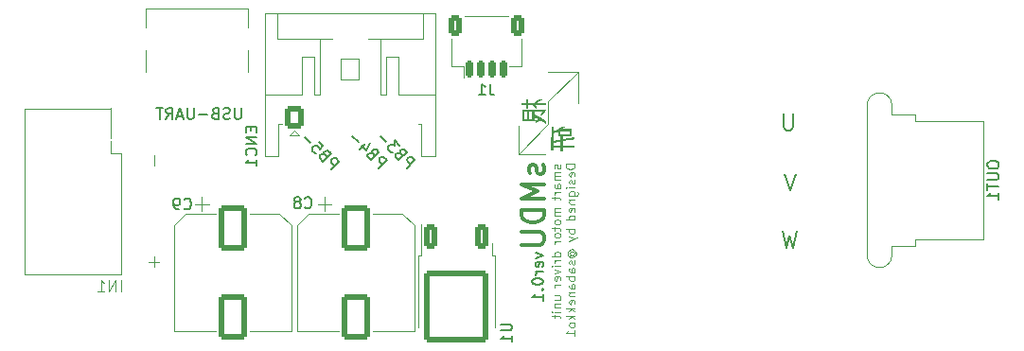
<source format=gbr>
%TF.GenerationSoftware,KiCad,Pcbnew,(7.0.0)*%
%TF.CreationDate,2023-06-11T18:09:50+09:00*%
%TF.ProjectId,rMDU,724d4455-2e6b-4696-9361-645f70636258,rev?*%
%TF.SameCoordinates,Original*%
%TF.FileFunction,Legend,Bot*%
%TF.FilePolarity,Positive*%
%FSLAX46Y46*%
G04 Gerber Fmt 4.6, Leading zero omitted, Abs format (unit mm)*
G04 Created by KiCad (PCBNEW (7.0.0)) date 2023-06-11 18:09:50*
%MOMM*%
%LPD*%
G01*
G04 APERTURE LIST*
G04 Aperture macros list*
%AMRoundRect*
0 Rectangle with rounded corners*
0 $1 Rounding radius*
0 $2 $3 $4 $5 $6 $7 $8 $9 X,Y pos of 4 corners*
0 Add a 4 corners polygon primitive as box body*
4,1,4,$2,$3,$4,$5,$6,$7,$8,$9,$2,$3,0*
0 Add four circle primitives for the rounded corners*
1,1,$1+$1,$2,$3*
1,1,$1+$1,$4,$5*
1,1,$1+$1,$6,$7*
1,1,$1+$1,$8,$9*
0 Add four rect primitives between the rounded corners*
20,1,$1+$1,$2,$3,$4,$5,0*
20,1,$1+$1,$4,$5,$6,$7,0*
20,1,$1+$1,$6,$7,$8,$9,0*
20,1,$1+$1,$8,$9,$2,$3,0*%
G04 Aperture macros list end*
%ADD10C,0.200000*%
%ADD11C,0.150000*%
%ADD12C,0.120000*%
%ADD13C,0.300000*%
%ADD14C,0.100000*%
%ADD15C,5.500000*%
%ADD16RoundRect,0.250000X-0.350000X0.850000X-0.350000X-0.850000X0.350000X-0.850000X0.350000X0.850000X0*%
%ADD17RoundRect,0.249997X-2.650003X2.950003X-2.650003X-2.950003X2.650003X-2.950003X2.650003X2.950003X0*%
%ADD18O,2.800000X2.000000*%
%ADD19RoundRect,0.250000X-0.600000X-0.725000X0.600000X-0.725000X0.600000X0.725000X-0.600000X0.725000X0*%
%ADD20O,1.700000X1.950000*%
%ADD21RoundRect,0.150000X-0.150000X-0.625000X0.150000X-0.625000X0.150000X0.625000X-0.150000X0.625000X0*%
%ADD22RoundRect,0.250000X-0.350000X-0.650000X0.350000X-0.650000X0.350000X0.650000X-0.350000X0.650000X0*%
%ADD23C,1.400000*%
%ADD24R,3.000000X3.000000*%
%ADD25C,3.000000*%
%ADD26C,0.650000*%
%ADD27R,0.300000X1.150000*%
%ADD28O,1.000000X1.600000*%
%ADD29O,1.000000X2.100000*%
%ADD30RoundRect,0.250000X-1.000000X1.750000X-1.000000X-1.750000X1.000000X-1.750000X1.000000X1.750000X0*%
%ADD31C,2.400000*%
%ADD32C,1.200000*%
G04 APERTURE END LIST*
D10*
X68857142Y15326429D02*
X68357142Y13826429D01*
X68357142Y13826429D02*
X67857142Y15326429D01*
D11*
X27285521Y15722239D02*
X27992627Y16429346D01*
X27992627Y16429346D02*
X27723253Y16698720D01*
X27723253Y16698720D02*
X27622238Y16732392D01*
X27622238Y16732392D02*
X27554895Y16732392D01*
X27554895Y16732392D02*
X27453879Y16698720D01*
X27453879Y16698720D02*
X27352864Y16597705D01*
X27352864Y16597705D02*
X27319192Y16496689D01*
X27319192Y16496689D02*
X27319192Y16429346D01*
X27319192Y16429346D02*
X27352864Y16328331D01*
X27352864Y16328331D02*
X27622238Y16058957D01*
X26713101Y17035437D02*
X26578414Y17102781D01*
X26578414Y17102781D02*
X26511070Y17102781D01*
X26511070Y17102781D02*
X26410055Y17069109D01*
X26410055Y17069109D02*
X26309040Y16968094D01*
X26309040Y16968094D02*
X26275368Y16867079D01*
X26275368Y16867079D02*
X26275368Y16799735D01*
X26275368Y16799735D02*
X26309040Y16698720D01*
X26309040Y16698720D02*
X26578414Y16429346D01*
X26578414Y16429346D02*
X27285521Y17136453D01*
X27285521Y17136453D02*
X27049818Y17372155D01*
X27049818Y17372155D02*
X26948803Y17405827D01*
X26948803Y17405827D02*
X26881460Y17405827D01*
X26881460Y17405827D02*
X26780444Y17372155D01*
X26780444Y17372155D02*
X26713101Y17304811D01*
X26713101Y17304811D02*
X26679429Y17203796D01*
X26679429Y17203796D02*
X26679429Y17136453D01*
X26679429Y17136453D02*
X26713101Y17035437D01*
X26713101Y17035437D02*
X26948803Y16799735D01*
X26241696Y18180277D02*
X26578414Y17843560D01*
X26578414Y17843560D02*
X26275368Y17473170D01*
X26275368Y17473170D02*
X26275368Y17540514D01*
X26275368Y17540514D02*
X26241696Y17641529D01*
X26241696Y17641529D02*
X26073338Y17809888D01*
X26073338Y17809888D02*
X25972322Y17843560D01*
X25972322Y17843560D02*
X25904979Y17843560D01*
X25904979Y17843560D02*
X25803964Y17809888D01*
X25803964Y17809888D02*
X25635605Y17641529D01*
X25635605Y17641529D02*
X25601933Y17540514D01*
X25601933Y17540514D02*
X25601933Y17473170D01*
X25601933Y17473170D02*
X25635605Y17372155D01*
X25635605Y17372155D02*
X25803964Y17203796D01*
X25803964Y17203796D02*
X25904979Y17170124D01*
X25904979Y17170124D02*
X25972322Y17170124D01*
X25467246Y18079262D02*
X24928498Y18618010D01*
X31585521Y15822239D02*
X32292627Y16529346D01*
X32292627Y16529346D02*
X32023253Y16798720D01*
X32023253Y16798720D02*
X31922238Y16832392D01*
X31922238Y16832392D02*
X31854895Y16832392D01*
X31854895Y16832392D02*
X31753879Y16798720D01*
X31753879Y16798720D02*
X31652864Y16697705D01*
X31652864Y16697705D02*
X31619192Y16596689D01*
X31619192Y16596689D02*
X31619192Y16529346D01*
X31619192Y16529346D02*
X31652864Y16428331D01*
X31652864Y16428331D02*
X31922238Y16158957D01*
X31013101Y17135437D02*
X30878414Y17202781D01*
X30878414Y17202781D02*
X30811070Y17202781D01*
X30811070Y17202781D02*
X30710055Y17169109D01*
X30710055Y17169109D02*
X30609040Y17068094D01*
X30609040Y17068094D02*
X30575368Y16967079D01*
X30575368Y16967079D02*
X30575368Y16899735D01*
X30575368Y16899735D02*
X30609040Y16798720D01*
X30609040Y16798720D02*
X30878414Y16529346D01*
X30878414Y16529346D02*
X31585521Y17236453D01*
X31585521Y17236453D02*
X31349818Y17472155D01*
X31349818Y17472155D02*
X31248803Y17505827D01*
X31248803Y17505827D02*
X31181460Y17505827D01*
X31181460Y17505827D02*
X31080444Y17472155D01*
X31080444Y17472155D02*
X31013101Y17404811D01*
X31013101Y17404811D02*
X30979429Y17303796D01*
X30979429Y17303796D02*
X30979429Y17236453D01*
X30979429Y17236453D02*
X31013101Y17135437D01*
X31013101Y17135437D02*
X31248803Y16899735D01*
X30339666Y18010903D02*
X29868261Y17539498D01*
X30777399Y18111918D02*
X30440681Y17438483D01*
X30440681Y17438483D02*
X30002948Y17876216D01*
X29767246Y18179262D02*
X29228498Y18718010D01*
D12*
X49125904Y16209524D02*
X48325904Y16209524D01*
X48325904Y16209524D02*
X48325904Y16019048D01*
X48325904Y16019048D02*
X48364000Y15904762D01*
X48364000Y15904762D02*
X48440190Y15828572D01*
X48440190Y15828572D02*
X48516380Y15790477D01*
X48516380Y15790477D02*
X48668761Y15752381D01*
X48668761Y15752381D02*
X48783047Y15752381D01*
X48783047Y15752381D02*
X48935428Y15790477D01*
X48935428Y15790477D02*
X49011619Y15828572D01*
X49011619Y15828572D02*
X49087809Y15904762D01*
X49087809Y15904762D02*
X49125904Y16019048D01*
X49125904Y16019048D02*
X49125904Y16209524D01*
X49087809Y15104762D02*
X49125904Y15180953D01*
X49125904Y15180953D02*
X49125904Y15333334D01*
X49125904Y15333334D02*
X49087809Y15409524D01*
X49087809Y15409524D02*
X49011619Y15447620D01*
X49011619Y15447620D02*
X48706857Y15447620D01*
X48706857Y15447620D02*
X48630666Y15409524D01*
X48630666Y15409524D02*
X48592571Y15333334D01*
X48592571Y15333334D02*
X48592571Y15180953D01*
X48592571Y15180953D02*
X48630666Y15104762D01*
X48630666Y15104762D02*
X48706857Y15066667D01*
X48706857Y15066667D02*
X48783047Y15066667D01*
X48783047Y15066667D02*
X48859238Y15447620D01*
X49087809Y14761906D02*
X49125904Y14685715D01*
X49125904Y14685715D02*
X49125904Y14533334D01*
X49125904Y14533334D02*
X49087809Y14457144D01*
X49087809Y14457144D02*
X49011619Y14419048D01*
X49011619Y14419048D02*
X48973523Y14419048D01*
X48973523Y14419048D02*
X48897333Y14457144D01*
X48897333Y14457144D02*
X48859238Y14533334D01*
X48859238Y14533334D02*
X48859238Y14647620D01*
X48859238Y14647620D02*
X48821142Y14723810D01*
X48821142Y14723810D02*
X48744952Y14761906D01*
X48744952Y14761906D02*
X48706857Y14761906D01*
X48706857Y14761906D02*
X48630666Y14723810D01*
X48630666Y14723810D02*
X48592571Y14647620D01*
X48592571Y14647620D02*
X48592571Y14533334D01*
X48592571Y14533334D02*
X48630666Y14457144D01*
X49125904Y14076191D02*
X48592571Y14076191D01*
X48325904Y14076191D02*
X48364000Y14114287D01*
X48364000Y14114287D02*
X48402095Y14076191D01*
X48402095Y14076191D02*
X48364000Y14038096D01*
X48364000Y14038096D02*
X48325904Y14076191D01*
X48325904Y14076191D02*
X48402095Y14076191D01*
X48592571Y13352382D02*
X49240190Y13352382D01*
X49240190Y13352382D02*
X49316380Y13390477D01*
X49316380Y13390477D02*
X49354476Y13428573D01*
X49354476Y13428573D02*
X49392571Y13504763D01*
X49392571Y13504763D02*
X49392571Y13619049D01*
X49392571Y13619049D02*
X49354476Y13695239D01*
X49087809Y13352382D02*
X49125904Y13428573D01*
X49125904Y13428573D02*
X49125904Y13580954D01*
X49125904Y13580954D02*
X49087809Y13657144D01*
X49087809Y13657144D02*
X49049714Y13695239D01*
X49049714Y13695239D02*
X48973523Y13733335D01*
X48973523Y13733335D02*
X48744952Y13733335D01*
X48744952Y13733335D02*
X48668761Y13695239D01*
X48668761Y13695239D02*
X48630666Y13657144D01*
X48630666Y13657144D02*
X48592571Y13580954D01*
X48592571Y13580954D02*
X48592571Y13428573D01*
X48592571Y13428573D02*
X48630666Y13352382D01*
X48592571Y12971429D02*
X49125904Y12971429D01*
X48668761Y12971429D02*
X48630666Y12933334D01*
X48630666Y12933334D02*
X48592571Y12857144D01*
X48592571Y12857144D02*
X48592571Y12742858D01*
X48592571Y12742858D02*
X48630666Y12666667D01*
X48630666Y12666667D02*
X48706857Y12628572D01*
X48706857Y12628572D02*
X49125904Y12628572D01*
X49087809Y11942857D02*
X49125904Y12019048D01*
X49125904Y12019048D02*
X49125904Y12171429D01*
X49125904Y12171429D02*
X49087809Y12247619D01*
X49087809Y12247619D02*
X49011619Y12285715D01*
X49011619Y12285715D02*
X48706857Y12285715D01*
X48706857Y12285715D02*
X48630666Y12247619D01*
X48630666Y12247619D02*
X48592571Y12171429D01*
X48592571Y12171429D02*
X48592571Y12019048D01*
X48592571Y12019048D02*
X48630666Y11942857D01*
X48630666Y11942857D02*
X48706857Y11904762D01*
X48706857Y11904762D02*
X48783047Y11904762D01*
X48783047Y11904762D02*
X48859238Y12285715D01*
X49125904Y11219048D02*
X48325904Y11219048D01*
X49087809Y11219048D02*
X49125904Y11295239D01*
X49125904Y11295239D02*
X49125904Y11447620D01*
X49125904Y11447620D02*
X49087809Y11523810D01*
X49087809Y11523810D02*
X49049714Y11561905D01*
X49049714Y11561905D02*
X48973523Y11600001D01*
X48973523Y11600001D02*
X48744952Y11600001D01*
X48744952Y11600001D02*
X48668761Y11561905D01*
X48668761Y11561905D02*
X48630666Y11523810D01*
X48630666Y11523810D02*
X48592571Y11447620D01*
X48592571Y11447620D02*
X48592571Y11295239D01*
X48592571Y11295239D02*
X48630666Y11219048D01*
X49125904Y10358095D02*
X48325904Y10358095D01*
X48630666Y10358095D02*
X48592571Y10281905D01*
X48592571Y10281905D02*
X48592571Y10129524D01*
X48592571Y10129524D02*
X48630666Y10053333D01*
X48630666Y10053333D02*
X48668761Y10015238D01*
X48668761Y10015238D02*
X48744952Y9977143D01*
X48744952Y9977143D02*
X48973523Y9977143D01*
X48973523Y9977143D02*
X49049714Y10015238D01*
X49049714Y10015238D02*
X49087809Y10053333D01*
X49087809Y10053333D02*
X49125904Y10129524D01*
X49125904Y10129524D02*
X49125904Y10281905D01*
X49125904Y10281905D02*
X49087809Y10358095D01*
X48592571Y9710476D02*
X49125904Y9520000D01*
X48592571Y9329523D02*
X49125904Y9520000D01*
X49125904Y9520000D02*
X49316380Y9596190D01*
X49316380Y9596190D02*
X49354476Y9634285D01*
X49354476Y9634285D02*
X49392571Y9710476D01*
X48744952Y8049523D02*
X48706857Y8087618D01*
X48706857Y8087618D02*
X48668761Y8163809D01*
X48668761Y8163809D02*
X48668761Y8239999D01*
X48668761Y8239999D02*
X48706857Y8316190D01*
X48706857Y8316190D02*
X48744952Y8354285D01*
X48744952Y8354285D02*
X48821142Y8392380D01*
X48821142Y8392380D02*
X48897333Y8392380D01*
X48897333Y8392380D02*
X48973523Y8354285D01*
X48973523Y8354285D02*
X49011619Y8316190D01*
X49011619Y8316190D02*
X49049714Y8239999D01*
X49049714Y8239999D02*
X49049714Y8163809D01*
X49049714Y8163809D02*
X49011619Y8087618D01*
X49011619Y8087618D02*
X48973523Y8049523D01*
X48668761Y8049523D02*
X48973523Y8049523D01*
X48973523Y8049523D02*
X49011619Y8011428D01*
X49011619Y8011428D02*
X49011619Y7973333D01*
X49011619Y7973333D02*
X48973523Y7897142D01*
X48973523Y7897142D02*
X48897333Y7859047D01*
X48897333Y7859047D02*
X48706857Y7859047D01*
X48706857Y7859047D02*
X48592571Y7935237D01*
X48592571Y7935237D02*
X48516380Y8049523D01*
X48516380Y8049523D02*
X48478285Y8201904D01*
X48478285Y8201904D02*
X48516380Y8354285D01*
X48516380Y8354285D02*
X48592571Y8468571D01*
X48592571Y8468571D02*
X48706857Y8544761D01*
X48706857Y8544761D02*
X48859238Y8582857D01*
X48859238Y8582857D02*
X49011619Y8544761D01*
X49011619Y8544761D02*
X49125904Y8468571D01*
X49125904Y8468571D02*
X49202095Y8354285D01*
X49202095Y8354285D02*
X49240190Y8201904D01*
X49240190Y8201904D02*
X49202095Y8049523D01*
X49202095Y8049523D02*
X49125904Y7935237D01*
X49087809Y7554286D02*
X49125904Y7478095D01*
X49125904Y7478095D02*
X49125904Y7325714D01*
X49125904Y7325714D02*
X49087809Y7249524D01*
X49087809Y7249524D02*
X49011619Y7211428D01*
X49011619Y7211428D02*
X48973523Y7211428D01*
X48973523Y7211428D02*
X48897333Y7249524D01*
X48897333Y7249524D02*
X48859238Y7325714D01*
X48859238Y7325714D02*
X48859238Y7440000D01*
X48859238Y7440000D02*
X48821142Y7516190D01*
X48821142Y7516190D02*
X48744952Y7554286D01*
X48744952Y7554286D02*
X48706857Y7554286D01*
X48706857Y7554286D02*
X48630666Y7516190D01*
X48630666Y7516190D02*
X48592571Y7440000D01*
X48592571Y7440000D02*
X48592571Y7325714D01*
X48592571Y7325714D02*
X48630666Y7249524D01*
X49125904Y6525714D02*
X48706857Y6525714D01*
X48706857Y6525714D02*
X48630666Y6563809D01*
X48630666Y6563809D02*
X48592571Y6640000D01*
X48592571Y6640000D02*
X48592571Y6792381D01*
X48592571Y6792381D02*
X48630666Y6868571D01*
X49087809Y6525714D02*
X49125904Y6601905D01*
X49125904Y6601905D02*
X49125904Y6792381D01*
X49125904Y6792381D02*
X49087809Y6868571D01*
X49087809Y6868571D02*
X49011619Y6906667D01*
X49011619Y6906667D02*
X48935428Y6906667D01*
X48935428Y6906667D02*
X48859238Y6868571D01*
X48859238Y6868571D02*
X48821142Y6792381D01*
X48821142Y6792381D02*
X48821142Y6601905D01*
X48821142Y6601905D02*
X48783047Y6525714D01*
X49125904Y6144761D02*
X48325904Y6144761D01*
X48630666Y6144761D02*
X48592571Y6068571D01*
X48592571Y6068571D02*
X48592571Y5916190D01*
X48592571Y5916190D02*
X48630666Y5839999D01*
X48630666Y5839999D02*
X48668761Y5801904D01*
X48668761Y5801904D02*
X48744952Y5763809D01*
X48744952Y5763809D02*
X48973523Y5763809D01*
X48973523Y5763809D02*
X49049714Y5801904D01*
X49049714Y5801904D02*
X49087809Y5839999D01*
X49087809Y5839999D02*
X49125904Y5916190D01*
X49125904Y5916190D02*
X49125904Y6068571D01*
X49125904Y6068571D02*
X49087809Y6144761D01*
X49125904Y5078094D02*
X48706857Y5078094D01*
X48706857Y5078094D02*
X48630666Y5116189D01*
X48630666Y5116189D02*
X48592571Y5192380D01*
X48592571Y5192380D02*
X48592571Y5344761D01*
X48592571Y5344761D02*
X48630666Y5420951D01*
X49087809Y5078094D02*
X49125904Y5154285D01*
X49125904Y5154285D02*
X49125904Y5344761D01*
X49125904Y5344761D02*
X49087809Y5420951D01*
X49087809Y5420951D02*
X49011619Y5459047D01*
X49011619Y5459047D02*
X48935428Y5459047D01*
X48935428Y5459047D02*
X48859238Y5420951D01*
X48859238Y5420951D02*
X48821142Y5344761D01*
X48821142Y5344761D02*
X48821142Y5154285D01*
X48821142Y5154285D02*
X48783047Y5078094D01*
X48592571Y4697141D02*
X49125904Y4697141D01*
X48668761Y4697141D02*
X48630666Y4659046D01*
X48630666Y4659046D02*
X48592571Y4582856D01*
X48592571Y4582856D02*
X48592571Y4468570D01*
X48592571Y4468570D02*
X48630666Y4392379D01*
X48630666Y4392379D02*
X48706857Y4354284D01*
X48706857Y4354284D02*
X49125904Y4354284D01*
X49087809Y3668569D02*
X49125904Y3744760D01*
X49125904Y3744760D02*
X49125904Y3897141D01*
X49125904Y3897141D02*
X49087809Y3973331D01*
X49087809Y3973331D02*
X49011619Y4011427D01*
X49011619Y4011427D02*
X48706857Y4011427D01*
X48706857Y4011427D02*
X48630666Y3973331D01*
X48630666Y3973331D02*
X48592571Y3897141D01*
X48592571Y3897141D02*
X48592571Y3744760D01*
X48592571Y3744760D02*
X48630666Y3668569D01*
X48630666Y3668569D02*
X48706857Y3630474D01*
X48706857Y3630474D02*
X48783047Y3630474D01*
X48783047Y3630474D02*
X48859238Y4011427D01*
X49125904Y3287617D02*
X48325904Y3287617D01*
X48821142Y3211427D02*
X49125904Y2982855D01*
X48592571Y2982855D02*
X48897333Y3287617D01*
X49125904Y2639998D02*
X48325904Y2639998D01*
X48821142Y2563808D02*
X49125904Y2335236D01*
X48592571Y2335236D02*
X48897333Y2639998D01*
X49125904Y1878094D02*
X49087809Y1954284D01*
X49087809Y1954284D02*
X49049714Y1992379D01*
X49049714Y1992379D02*
X48973523Y2030475D01*
X48973523Y2030475D02*
X48744952Y2030475D01*
X48744952Y2030475D02*
X48668761Y1992379D01*
X48668761Y1992379D02*
X48630666Y1954284D01*
X48630666Y1954284D02*
X48592571Y1878094D01*
X48592571Y1878094D02*
X48592571Y1763808D01*
X48592571Y1763808D02*
X48630666Y1687617D01*
X48630666Y1687617D02*
X48668761Y1649522D01*
X48668761Y1649522D02*
X48744952Y1611427D01*
X48744952Y1611427D02*
X48973523Y1611427D01*
X48973523Y1611427D02*
X49049714Y1649522D01*
X49049714Y1649522D02*
X49087809Y1687617D01*
X49087809Y1687617D02*
X49125904Y1763808D01*
X49125904Y1763808D02*
X49125904Y1878094D01*
X49125904Y849522D02*
X49125904Y1306665D01*
X49125904Y1078093D02*
X48325904Y1078093D01*
X48325904Y1078093D02*
X48440190Y1154284D01*
X48440190Y1154284D02*
X48516380Y1230474D01*
X48516380Y1230474D02*
X48554476Y1306665D01*
D13*
X46269523Y16119048D02*
X46364761Y15928572D01*
X46364761Y15928572D02*
X46364761Y15547620D01*
X46364761Y15547620D02*
X46269523Y15357143D01*
X46269523Y15357143D02*
X46079047Y15261905D01*
X46079047Y15261905D02*
X45983809Y15261905D01*
X45983809Y15261905D02*
X45793333Y15357143D01*
X45793333Y15357143D02*
X45698095Y15547620D01*
X45698095Y15547620D02*
X45698095Y15833334D01*
X45698095Y15833334D02*
X45602857Y16023810D01*
X45602857Y16023810D02*
X45412380Y16119048D01*
X45412380Y16119048D02*
X45317142Y16119048D01*
X45317142Y16119048D02*
X45126666Y16023810D01*
X45126666Y16023810D02*
X45031428Y15833334D01*
X45031428Y15833334D02*
X45031428Y15547620D01*
X45031428Y15547620D02*
X45126666Y15357143D01*
X46364761Y14404762D02*
X44364761Y14404762D01*
X44364761Y14404762D02*
X45793333Y13738095D01*
X45793333Y13738095D02*
X44364761Y13071429D01*
X44364761Y13071429D02*
X46364761Y13071429D01*
X46364761Y12119048D02*
X44364761Y12119048D01*
X44364761Y12119048D02*
X44364761Y11642858D01*
X44364761Y11642858D02*
X44460000Y11357143D01*
X44460000Y11357143D02*
X44650476Y11166667D01*
X44650476Y11166667D02*
X44840952Y11071429D01*
X44840952Y11071429D02*
X45221904Y10976191D01*
X45221904Y10976191D02*
X45507619Y10976191D01*
X45507619Y10976191D02*
X45888571Y11071429D01*
X45888571Y11071429D02*
X46079047Y11166667D01*
X46079047Y11166667D02*
X46269523Y11357143D01*
X46269523Y11357143D02*
X46364761Y11642858D01*
X46364761Y11642858D02*
X46364761Y12119048D01*
X44364761Y10119048D02*
X45983809Y10119048D01*
X45983809Y10119048D02*
X46174285Y10023810D01*
X46174285Y10023810D02*
X46269523Y9928572D01*
X46269523Y9928572D02*
X46364761Y9738096D01*
X46364761Y9738096D02*
X46364761Y9357143D01*
X46364761Y9357143D02*
X46269523Y9166667D01*
X46269523Y9166667D02*
X46174285Y9071429D01*
X46174285Y9071429D02*
X45983809Y8976191D01*
X45983809Y8976191D02*
X44364761Y8976191D01*
D11*
X34085521Y15822239D02*
X34792627Y16529346D01*
X34792627Y16529346D02*
X34523253Y16798720D01*
X34523253Y16798720D02*
X34422238Y16832392D01*
X34422238Y16832392D02*
X34354895Y16832392D01*
X34354895Y16832392D02*
X34253879Y16798720D01*
X34253879Y16798720D02*
X34152864Y16697705D01*
X34152864Y16697705D02*
X34119192Y16596689D01*
X34119192Y16596689D02*
X34119192Y16529346D01*
X34119192Y16529346D02*
X34152864Y16428331D01*
X34152864Y16428331D02*
X34422238Y16158957D01*
X33513101Y17135437D02*
X33378414Y17202781D01*
X33378414Y17202781D02*
X33311070Y17202781D01*
X33311070Y17202781D02*
X33210055Y17169109D01*
X33210055Y17169109D02*
X33109040Y17068094D01*
X33109040Y17068094D02*
X33075368Y16967079D01*
X33075368Y16967079D02*
X33075368Y16899735D01*
X33075368Y16899735D02*
X33109040Y16798720D01*
X33109040Y16798720D02*
X33378414Y16529346D01*
X33378414Y16529346D02*
X34085521Y17236453D01*
X34085521Y17236453D02*
X33849818Y17472155D01*
X33849818Y17472155D02*
X33748803Y17505827D01*
X33748803Y17505827D02*
X33681460Y17505827D01*
X33681460Y17505827D02*
X33580444Y17472155D01*
X33580444Y17472155D02*
X33513101Y17404811D01*
X33513101Y17404811D02*
X33479429Y17303796D01*
X33479429Y17303796D02*
X33479429Y17236453D01*
X33479429Y17236453D02*
X33513101Y17135437D01*
X33513101Y17135437D02*
X33748803Y16899735D01*
X33445757Y17876216D02*
X33008025Y18313949D01*
X33008025Y18313949D02*
X32974353Y17808872D01*
X32974353Y17808872D02*
X32873338Y17909888D01*
X32873338Y17909888D02*
X32772322Y17943560D01*
X32772322Y17943560D02*
X32704979Y17943560D01*
X32704979Y17943560D02*
X32603964Y17909888D01*
X32603964Y17909888D02*
X32435605Y17741529D01*
X32435605Y17741529D02*
X32401933Y17640514D01*
X32401933Y17640514D02*
X32401933Y17573170D01*
X32401933Y17573170D02*
X32435605Y17472155D01*
X32435605Y17472155D02*
X32637635Y17270124D01*
X32637635Y17270124D02*
X32738651Y17236453D01*
X32738651Y17236453D02*
X32805994Y17236453D01*
X32267246Y18179262D02*
X31728498Y18718010D01*
D12*
X47787809Y16147620D02*
X47825904Y16071429D01*
X47825904Y16071429D02*
X47825904Y15919048D01*
X47825904Y15919048D02*
X47787809Y15842858D01*
X47787809Y15842858D02*
X47711619Y15804762D01*
X47711619Y15804762D02*
X47673523Y15804762D01*
X47673523Y15804762D02*
X47597333Y15842858D01*
X47597333Y15842858D02*
X47559238Y15919048D01*
X47559238Y15919048D02*
X47559238Y16033334D01*
X47559238Y16033334D02*
X47521142Y16109524D01*
X47521142Y16109524D02*
X47444952Y16147620D01*
X47444952Y16147620D02*
X47406857Y16147620D01*
X47406857Y16147620D02*
X47330666Y16109524D01*
X47330666Y16109524D02*
X47292571Y16033334D01*
X47292571Y16033334D02*
X47292571Y15919048D01*
X47292571Y15919048D02*
X47330666Y15842858D01*
X47825904Y15461905D02*
X47292571Y15461905D01*
X47368761Y15461905D02*
X47330666Y15423810D01*
X47330666Y15423810D02*
X47292571Y15347620D01*
X47292571Y15347620D02*
X47292571Y15233334D01*
X47292571Y15233334D02*
X47330666Y15157143D01*
X47330666Y15157143D02*
X47406857Y15119048D01*
X47406857Y15119048D02*
X47825904Y15119048D01*
X47406857Y15119048D02*
X47330666Y15080953D01*
X47330666Y15080953D02*
X47292571Y15004762D01*
X47292571Y15004762D02*
X47292571Y14890477D01*
X47292571Y14890477D02*
X47330666Y14814286D01*
X47330666Y14814286D02*
X47406857Y14776191D01*
X47406857Y14776191D02*
X47825904Y14776191D01*
X47825904Y14052381D02*
X47406857Y14052381D01*
X47406857Y14052381D02*
X47330666Y14090476D01*
X47330666Y14090476D02*
X47292571Y14166667D01*
X47292571Y14166667D02*
X47292571Y14319048D01*
X47292571Y14319048D02*
X47330666Y14395238D01*
X47787809Y14052381D02*
X47825904Y14128572D01*
X47825904Y14128572D02*
X47825904Y14319048D01*
X47825904Y14319048D02*
X47787809Y14395238D01*
X47787809Y14395238D02*
X47711619Y14433334D01*
X47711619Y14433334D02*
X47635428Y14433334D01*
X47635428Y14433334D02*
X47559238Y14395238D01*
X47559238Y14395238D02*
X47521142Y14319048D01*
X47521142Y14319048D02*
X47521142Y14128572D01*
X47521142Y14128572D02*
X47483047Y14052381D01*
X47825904Y13671428D02*
X47292571Y13671428D01*
X47444952Y13671428D02*
X47368761Y13633333D01*
X47368761Y13633333D02*
X47330666Y13595238D01*
X47330666Y13595238D02*
X47292571Y13519047D01*
X47292571Y13519047D02*
X47292571Y13442857D01*
X47292571Y13290476D02*
X47292571Y12985714D01*
X47025904Y13176190D02*
X47711619Y13176190D01*
X47711619Y13176190D02*
X47787809Y13138095D01*
X47787809Y13138095D02*
X47825904Y13061905D01*
X47825904Y13061905D02*
X47825904Y12985714D01*
X47825904Y12239047D02*
X47292571Y12239047D01*
X47368761Y12239047D02*
X47330666Y12200952D01*
X47330666Y12200952D02*
X47292571Y12124762D01*
X47292571Y12124762D02*
X47292571Y12010476D01*
X47292571Y12010476D02*
X47330666Y11934285D01*
X47330666Y11934285D02*
X47406857Y11896190D01*
X47406857Y11896190D02*
X47825904Y11896190D01*
X47406857Y11896190D02*
X47330666Y11858095D01*
X47330666Y11858095D02*
X47292571Y11781904D01*
X47292571Y11781904D02*
X47292571Y11667619D01*
X47292571Y11667619D02*
X47330666Y11591428D01*
X47330666Y11591428D02*
X47406857Y11553333D01*
X47406857Y11553333D02*
X47825904Y11553333D01*
X47825904Y11058095D02*
X47787809Y11134285D01*
X47787809Y11134285D02*
X47749714Y11172380D01*
X47749714Y11172380D02*
X47673523Y11210476D01*
X47673523Y11210476D02*
X47444952Y11210476D01*
X47444952Y11210476D02*
X47368761Y11172380D01*
X47368761Y11172380D02*
X47330666Y11134285D01*
X47330666Y11134285D02*
X47292571Y11058095D01*
X47292571Y11058095D02*
X47292571Y10943809D01*
X47292571Y10943809D02*
X47330666Y10867618D01*
X47330666Y10867618D02*
X47368761Y10829523D01*
X47368761Y10829523D02*
X47444952Y10791428D01*
X47444952Y10791428D02*
X47673523Y10791428D01*
X47673523Y10791428D02*
X47749714Y10829523D01*
X47749714Y10829523D02*
X47787809Y10867618D01*
X47787809Y10867618D02*
X47825904Y10943809D01*
X47825904Y10943809D02*
X47825904Y11058095D01*
X47292571Y10562856D02*
X47292571Y10258094D01*
X47025904Y10448570D02*
X47711619Y10448570D01*
X47711619Y10448570D02*
X47787809Y10410475D01*
X47787809Y10410475D02*
X47825904Y10334285D01*
X47825904Y10334285D02*
X47825904Y10258094D01*
X47825904Y9877142D02*
X47787809Y9953332D01*
X47787809Y9953332D02*
X47749714Y9991427D01*
X47749714Y9991427D02*
X47673523Y10029523D01*
X47673523Y10029523D02*
X47444952Y10029523D01*
X47444952Y10029523D02*
X47368761Y9991427D01*
X47368761Y9991427D02*
X47330666Y9953332D01*
X47330666Y9953332D02*
X47292571Y9877142D01*
X47292571Y9877142D02*
X47292571Y9762856D01*
X47292571Y9762856D02*
X47330666Y9686665D01*
X47330666Y9686665D02*
X47368761Y9648570D01*
X47368761Y9648570D02*
X47444952Y9610475D01*
X47444952Y9610475D02*
X47673523Y9610475D01*
X47673523Y9610475D02*
X47749714Y9648570D01*
X47749714Y9648570D02*
X47787809Y9686665D01*
X47787809Y9686665D02*
X47825904Y9762856D01*
X47825904Y9762856D02*
X47825904Y9877142D01*
X47825904Y9267617D02*
X47292571Y9267617D01*
X47444952Y9267617D02*
X47368761Y9229522D01*
X47368761Y9229522D02*
X47330666Y9191427D01*
X47330666Y9191427D02*
X47292571Y9115236D01*
X47292571Y9115236D02*
X47292571Y9039046D01*
X47825904Y7949522D02*
X47025904Y7949522D01*
X47787809Y7949522D02*
X47825904Y8025713D01*
X47825904Y8025713D02*
X47825904Y8178094D01*
X47825904Y8178094D02*
X47787809Y8254284D01*
X47787809Y8254284D02*
X47749714Y8292379D01*
X47749714Y8292379D02*
X47673523Y8330475D01*
X47673523Y8330475D02*
X47444952Y8330475D01*
X47444952Y8330475D02*
X47368761Y8292379D01*
X47368761Y8292379D02*
X47330666Y8254284D01*
X47330666Y8254284D02*
X47292571Y8178094D01*
X47292571Y8178094D02*
X47292571Y8025713D01*
X47292571Y8025713D02*
X47330666Y7949522D01*
X47825904Y7568569D02*
X47292571Y7568569D01*
X47444952Y7568569D02*
X47368761Y7530474D01*
X47368761Y7530474D02*
X47330666Y7492379D01*
X47330666Y7492379D02*
X47292571Y7416188D01*
X47292571Y7416188D02*
X47292571Y7339998D01*
X47825904Y7073331D02*
X47292571Y7073331D01*
X47025904Y7073331D02*
X47064000Y7111427D01*
X47064000Y7111427D02*
X47102095Y7073331D01*
X47102095Y7073331D02*
X47064000Y7035236D01*
X47064000Y7035236D02*
X47025904Y7073331D01*
X47025904Y7073331D02*
X47102095Y7073331D01*
X47292571Y6768570D02*
X47825904Y6578094D01*
X47825904Y6578094D02*
X47292571Y6387617D01*
X47787809Y5778093D02*
X47825904Y5854284D01*
X47825904Y5854284D02*
X47825904Y6006665D01*
X47825904Y6006665D02*
X47787809Y6082855D01*
X47787809Y6082855D02*
X47711619Y6120951D01*
X47711619Y6120951D02*
X47406857Y6120951D01*
X47406857Y6120951D02*
X47330666Y6082855D01*
X47330666Y6082855D02*
X47292571Y6006665D01*
X47292571Y6006665D02*
X47292571Y5854284D01*
X47292571Y5854284D02*
X47330666Y5778093D01*
X47330666Y5778093D02*
X47406857Y5739998D01*
X47406857Y5739998D02*
X47483047Y5739998D01*
X47483047Y5739998D02*
X47559238Y6120951D01*
X47825904Y5397141D02*
X47292571Y5397141D01*
X47444952Y5397141D02*
X47368761Y5359046D01*
X47368761Y5359046D02*
X47330666Y5320951D01*
X47330666Y5320951D02*
X47292571Y5244760D01*
X47292571Y5244760D02*
X47292571Y5168570D01*
X47292571Y4079046D02*
X47825904Y4079046D01*
X47292571Y4421903D02*
X47711619Y4421903D01*
X47711619Y4421903D02*
X47787809Y4383808D01*
X47787809Y4383808D02*
X47825904Y4307618D01*
X47825904Y4307618D02*
X47825904Y4193332D01*
X47825904Y4193332D02*
X47787809Y4117141D01*
X47787809Y4117141D02*
X47749714Y4079046D01*
X47292571Y3698093D02*
X47825904Y3698093D01*
X47368761Y3698093D02*
X47330666Y3659998D01*
X47330666Y3659998D02*
X47292571Y3583808D01*
X47292571Y3583808D02*
X47292571Y3469522D01*
X47292571Y3469522D02*
X47330666Y3393331D01*
X47330666Y3393331D02*
X47406857Y3355236D01*
X47406857Y3355236D02*
X47825904Y3355236D01*
X47825904Y2974283D02*
X47292571Y2974283D01*
X47025904Y2974283D02*
X47064000Y3012379D01*
X47064000Y3012379D02*
X47102095Y2974283D01*
X47102095Y2974283D02*
X47064000Y2936188D01*
X47064000Y2936188D02*
X47025904Y2974283D01*
X47025904Y2974283D02*
X47102095Y2974283D01*
X47292571Y2707617D02*
X47292571Y2402855D01*
X47025904Y2593331D02*
X47711619Y2593331D01*
X47711619Y2593331D02*
X47787809Y2555236D01*
X47787809Y2555236D02*
X47825904Y2479046D01*
X47825904Y2479046D02*
X47825904Y2402855D01*
D11*
X45615714Y8257143D02*
X46282380Y8019048D01*
X46282380Y8019048D02*
X45615714Y7780953D01*
X46234761Y7019048D02*
X46282380Y7114286D01*
X46282380Y7114286D02*
X46282380Y7304762D01*
X46282380Y7304762D02*
X46234761Y7400000D01*
X46234761Y7400000D02*
X46139523Y7447619D01*
X46139523Y7447619D02*
X45758571Y7447619D01*
X45758571Y7447619D02*
X45663333Y7400000D01*
X45663333Y7400000D02*
X45615714Y7304762D01*
X45615714Y7304762D02*
X45615714Y7114286D01*
X45615714Y7114286D02*
X45663333Y7019048D01*
X45663333Y7019048D02*
X45758571Y6971429D01*
X45758571Y6971429D02*
X45853809Y6971429D01*
X45853809Y6971429D02*
X45949047Y7447619D01*
X46282380Y6542857D02*
X45615714Y6542857D01*
X45806190Y6542857D02*
X45710952Y6495238D01*
X45710952Y6495238D02*
X45663333Y6447619D01*
X45663333Y6447619D02*
X45615714Y6352381D01*
X45615714Y6352381D02*
X45615714Y6257143D01*
X45282380Y5733333D02*
X45282380Y5638095D01*
X45282380Y5638095D02*
X45330000Y5542857D01*
X45330000Y5542857D02*
X45377619Y5495238D01*
X45377619Y5495238D02*
X45472857Y5447619D01*
X45472857Y5447619D02*
X45663333Y5400000D01*
X45663333Y5400000D02*
X45901428Y5400000D01*
X45901428Y5400000D02*
X46091904Y5447619D01*
X46091904Y5447619D02*
X46187142Y5495238D01*
X46187142Y5495238D02*
X46234761Y5542857D01*
X46234761Y5542857D02*
X46282380Y5638095D01*
X46282380Y5638095D02*
X46282380Y5733333D01*
X46282380Y5733333D02*
X46234761Y5828571D01*
X46234761Y5828571D02*
X46187142Y5876190D01*
X46187142Y5876190D02*
X46091904Y5923809D01*
X46091904Y5923809D02*
X45901428Y5971428D01*
X45901428Y5971428D02*
X45663333Y5971428D01*
X45663333Y5971428D02*
X45472857Y5923809D01*
X45472857Y5923809D02*
X45377619Y5876190D01*
X45377619Y5876190D02*
X45330000Y5828571D01*
X45330000Y5828571D02*
X45282380Y5733333D01*
X46187142Y4971428D02*
X46234761Y4923809D01*
X46234761Y4923809D02*
X46282380Y4971428D01*
X46282380Y4971428D02*
X46234761Y5019047D01*
X46234761Y5019047D02*
X46187142Y4971428D01*
X46187142Y4971428D02*
X46282380Y4971428D01*
X46282380Y3971429D02*
X46282380Y4542857D01*
X46282380Y4257143D02*
X45282380Y4257143D01*
X45282380Y4257143D02*
X45425238Y4352381D01*
X45425238Y4352381D02*
X45520476Y4447619D01*
X45520476Y4447619D02*
X45568095Y4542857D01*
D10*
X68642857Y20726429D02*
X68642857Y19512143D01*
X68642857Y19512143D02*
X68571428Y19369286D01*
X68571428Y19369286D02*
X68500000Y19297858D01*
X68500000Y19297858D02*
X68357142Y19226429D01*
X68357142Y19226429D02*
X68071428Y19226429D01*
X68071428Y19226429D02*
X67928571Y19297858D01*
X67928571Y19297858D02*
X67857142Y19369286D01*
X67857142Y19369286D02*
X67785714Y19512143D01*
X67785714Y19512143D02*
X67785714Y20726429D01*
X68985714Y10226429D02*
X68628571Y8726429D01*
X68628571Y8726429D02*
X68342857Y9797858D01*
X68342857Y9797858D02*
X68057142Y8726429D01*
X68057142Y8726429D02*
X67700000Y10226429D01*
D11*
X19261904Y21217620D02*
X19261904Y20408096D01*
X19261904Y20408096D02*
X19214285Y20312858D01*
X19214285Y20312858D02*
X19166666Y20265239D01*
X19166666Y20265239D02*
X19071428Y20217620D01*
X19071428Y20217620D02*
X18880952Y20217620D01*
X18880952Y20217620D02*
X18785714Y20265239D01*
X18785714Y20265239D02*
X18738095Y20312858D01*
X18738095Y20312858D02*
X18690476Y20408096D01*
X18690476Y20408096D02*
X18690476Y21217620D01*
X18261904Y20265239D02*
X18119047Y20217620D01*
X18119047Y20217620D02*
X17880952Y20217620D01*
X17880952Y20217620D02*
X17785714Y20265239D01*
X17785714Y20265239D02*
X17738095Y20312858D01*
X17738095Y20312858D02*
X17690476Y20408096D01*
X17690476Y20408096D02*
X17690476Y20503334D01*
X17690476Y20503334D02*
X17738095Y20598572D01*
X17738095Y20598572D02*
X17785714Y20646191D01*
X17785714Y20646191D02*
X17880952Y20693810D01*
X17880952Y20693810D02*
X18071428Y20741429D01*
X18071428Y20741429D02*
X18166666Y20789048D01*
X18166666Y20789048D02*
X18214285Y20836667D01*
X18214285Y20836667D02*
X18261904Y20931905D01*
X18261904Y20931905D02*
X18261904Y21027143D01*
X18261904Y21027143D02*
X18214285Y21122381D01*
X18214285Y21122381D02*
X18166666Y21170000D01*
X18166666Y21170000D02*
X18071428Y21217620D01*
X18071428Y21217620D02*
X17833333Y21217620D01*
X17833333Y21217620D02*
X17690476Y21170000D01*
X16928571Y20741429D02*
X16785714Y20693810D01*
X16785714Y20693810D02*
X16738095Y20646191D01*
X16738095Y20646191D02*
X16690476Y20550953D01*
X16690476Y20550953D02*
X16690476Y20408096D01*
X16690476Y20408096D02*
X16738095Y20312858D01*
X16738095Y20312858D02*
X16785714Y20265239D01*
X16785714Y20265239D02*
X16880952Y20217620D01*
X16880952Y20217620D02*
X17261904Y20217620D01*
X17261904Y20217620D02*
X17261904Y21217620D01*
X17261904Y21217620D02*
X16928571Y21217620D01*
X16928571Y21217620D02*
X16833333Y21170000D01*
X16833333Y21170000D02*
X16785714Y21122381D01*
X16785714Y21122381D02*
X16738095Y21027143D01*
X16738095Y21027143D02*
X16738095Y20931905D01*
X16738095Y20931905D02*
X16785714Y20836667D01*
X16785714Y20836667D02*
X16833333Y20789048D01*
X16833333Y20789048D02*
X16928571Y20741429D01*
X16928571Y20741429D02*
X17261904Y20741429D01*
X16261904Y20598572D02*
X15500000Y20598572D01*
X15023809Y21217620D02*
X15023809Y20408096D01*
X15023809Y20408096D02*
X14976190Y20312858D01*
X14976190Y20312858D02*
X14928571Y20265239D01*
X14928571Y20265239D02*
X14833333Y20217620D01*
X14833333Y20217620D02*
X14642857Y20217620D01*
X14642857Y20217620D02*
X14547619Y20265239D01*
X14547619Y20265239D02*
X14500000Y20312858D01*
X14500000Y20312858D02*
X14452381Y20408096D01*
X14452381Y20408096D02*
X14452381Y21217620D01*
X14023809Y20503334D02*
X13547619Y20503334D01*
X14119047Y20217620D02*
X13785714Y21217620D01*
X13785714Y21217620D02*
X13452381Y20217620D01*
X12547619Y20217620D02*
X12880952Y20693810D01*
X13119047Y20217620D02*
X13119047Y21217620D01*
X13119047Y21217620D02*
X12738095Y21217620D01*
X12738095Y21217620D02*
X12642857Y21170000D01*
X12642857Y21170000D02*
X12595238Y21122381D01*
X12595238Y21122381D02*
X12547619Y21027143D01*
X12547619Y21027143D02*
X12547619Y20884286D01*
X12547619Y20884286D02*
X12595238Y20789048D01*
X12595238Y20789048D02*
X12642857Y20741429D01*
X12642857Y20741429D02*
X12738095Y20693810D01*
X12738095Y20693810D02*
X13119047Y20693810D01*
X12261904Y21217620D02*
X11690476Y21217620D01*
X11976190Y20217620D02*
X11976190Y21217620D01*
%TO.C,U1*%
X42467380Y1861905D02*
X43276904Y1861905D01*
X43276904Y1861905D02*
X43372142Y1814286D01*
X43372142Y1814286D02*
X43419761Y1766667D01*
X43419761Y1766667D02*
X43467380Y1671429D01*
X43467380Y1671429D02*
X43467380Y1480953D01*
X43467380Y1480953D02*
X43419761Y1385715D01*
X43419761Y1385715D02*
X43372142Y1338096D01*
X43372142Y1338096D02*
X43276904Y1290477D01*
X43276904Y1290477D02*
X42467380Y1290477D01*
X43467380Y290477D02*
X43467380Y861905D01*
X43467380Y576191D02*
X42467380Y576191D01*
X42467380Y576191D02*
X42610238Y671429D01*
X42610238Y671429D02*
X42705476Y766667D01*
X42705476Y766667D02*
X42753095Y861905D01*
%TO.C,ENC1*%
X20143571Y19514286D02*
X20143571Y19180953D01*
X20667380Y19038096D02*
X20667380Y19514286D01*
X20667380Y19514286D02*
X19667380Y19514286D01*
X19667380Y19514286D02*
X19667380Y19038096D01*
X20667380Y18609524D02*
X19667380Y18609524D01*
X19667380Y18609524D02*
X20667380Y18038096D01*
X20667380Y18038096D02*
X19667380Y18038096D01*
X20572142Y16990477D02*
X20619761Y17038096D01*
X20619761Y17038096D02*
X20667380Y17180953D01*
X20667380Y17180953D02*
X20667380Y17276191D01*
X20667380Y17276191D02*
X20619761Y17419048D01*
X20619761Y17419048D02*
X20524523Y17514286D01*
X20524523Y17514286D02*
X20429285Y17561905D01*
X20429285Y17561905D02*
X20238809Y17609524D01*
X20238809Y17609524D02*
X20095952Y17609524D01*
X20095952Y17609524D02*
X19905476Y17561905D01*
X19905476Y17561905D02*
X19810238Y17514286D01*
X19810238Y17514286D02*
X19715000Y17419048D01*
X19715000Y17419048D02*
X19667380Y17276191D01*
X19667380Y17276191D02*
X19667380Y17180953D01*
X19667380Y17180953D02*
X19715000Y17038096D01*
X19715000Y17038096D02*
X19762619Y16990477D01*
X20667380Y16038096D02*
X20667380Y16609524D01*
X20667380Y16323810D02*
X19667380Y16323810D01*
X19667380Y16323810D02*
X19810238Y16419048D01*
X19810238Y16419048D02*
X19905476Y16514286D01*
X19905476Y16514286D02*
X19953095Y16609524D01*
%TO.C,J1*%
X41533333Y23377620D02*
X41533333Y22663334D01*
X41533333Y22663334D02*
X41580952Y22520477D01*
X41580952Y22520477D02*
X41676190Y22425239D01*
X41676190Y22425239D02*
X41819047Y22377620D01*
X41819047Y22377620D02*
X41914285Y22377620D01*
X40533333Y22377620D02*
X41104761Y22377620D01*
X40819047Y22377620D02*
X40819047Y23377620D01*
X40819047Y23377620D02*
X40914285Y23234762D01*
X40914285Y23234762D02*
X41009523Y23139524D01*
X41009523Y23139524D02*
X41104761Y23091905D01*
%TO.C,OUT1*%
X86042380Y16226191D02*
X86042380Y16035715D01*
X86042380Y16035715D02*
X86090000Y15940477D01*
X86090000Y15940477D02*
X86185238Y15845239D01*
X86185238Y15845239D02*
X86375714Y15797620D01*
X86375714Y15797620D02*
X86709047Y15797620D01*
X86709047Y15797620D02*
X86899523Y15845239D01*
X86899523Y15845239D02*
X86994761Y15940477D01*
X86994761Y15940477D02*
X87042380Y16035715D01*
X87042380Y16035715D02*
X87042380Y16226191D01*
X87042380Y16226191D02*
X86994761Y16321429D01*
X86994761Y16321429D02*
X86899523Y16416667D01*
X86899523Y16416667D02*
X86709047Y16464286D01*
X86709047Y16464286D02*
X86375714Y16464286D01*
X86375714Y16464286D02*
X86185238Y16416667D01*
X86185238Y16416667D02*
X86090000Y16321429D01*
X86090000Y16321429D02*
X86042380Y16226191D01*
X86042380Y15369048D02*
X86851904Y15369048D01*
X86851904Y15369048D02*
X86947142Y15321429D01*
X86947142Y15321429D02*
X86994761Y15273810D01*
X86994761Y15273810D02*
X87042380Y15178572D01*
X87042380Y15178572D02*
X87042380Y14988096D01*
X87042380Y14988096D02*
X86994761Y14892858D01*
X86994761Y14892858D02*
X86947142Y14845239D01*
X86947142Y14845239D02*
X86851904Y14797620D01*
X86851904Y14797620D02*
X86042380Y14797620D01*
X86042380Y14464286D02*
X86042380Y13892858D01*
X87042380Y14178572D02*
X86042380Y14178572D01*
X87042380Y13035715D02*
X87042380Y13607143D01*
X87042380Y13321429D02*
X86042380Y13321429D01*
X86042380Y13321429D02*
X86185238Y13416667D01*
X86185238Y13416667D02*
X86280476Y13511905D01*
X86280476Y13511905D02*
X86328095Y13607143D01*
%TO.C,C9*%
X14166666Y12227858D02*
X14214285Y12180239D01*
X14214285Y12180239D02*
X14357142Y12132620D01*
X14357142Y12132620D02*
X14452380Y12132620D01*
X14452380Y12132620D02*
X14595237Y12180239D01*
X14595237Y12180239D02*
X14690475Y12275477D01*
X14690475Y12275477D02*
X14738094Y12370715D01*
X14738094Y12370715D02*
X14785713Y12561191D01*
X14785713Y12561191D02*
X14785713Y12704048D01*
X14785713Y12704048D02*
X14738094Y12894524D01*
X14738094Y12894524D02*
X14690475Y12989762D01*
X14690475Y12989762D02*
X14595237Y13085000D01*
X14595237Y13085000D02*
X14452380Y13132620D01*
X14452380Y13132620D02*
X14357142Y13132620D01*
X14357142Y13132620D02*
X14214285Y13085000D01*
X14214285Y13085000D02*
X14166666Y13037381D01*
X13690475Y12132620D02*
X13499999Y12132620D01*
X13499999Y12132620D02*
X13404761Y12180239D01*
X13404761Y12180239D02*
X13357142Y12227858D01*
X13357142Y12227858D02*
X13261904Y12370715D01*
X13261904Y12370715D02*
X13214285Y12561191D01*
X13214285Y12561191D02*
X13214285Y12942143D01*
X13214285Y12942143D02*
X13261904Y13037381D01*
X13261904Y13037381D02*
X13309523Y13085000D01*
X13309523Y13085000D02*
X13404761Y13132620D01*
X13404761Y13132620D02*
X13595237Y13132620D01*
X13595237Y13132620D02*
X13690475Y13085000D01*
X13690475Y13085000D02*
X13738094Y13037381D01*
X13738094Y13037381D02*
X13785713Y12942143D01*
X13785713Y12942143D02*
X13785713Y12704048D01*
X13785713Y12704048D02*
X13738094Y12608810D01*
X13738094Y12608810D02*
X13690475Y12561191D01*
X13690475Y12561191D02*
X13595237Y12513572D01*
X13595237Y12513572D02*
X13404761Y12513572D01*
X13404761Y12513572D02*
X13309523Y12561191D01*
X13309523Y12561191D02*
X13261904Y12608810D01*
X13261904Y12608810D02*
X13214285Y12704048D01*
D14*
%TO.C,IN1*%
X8499999Y4832620D02*
X8499999Y5832620D01*
X8023809Y4832620D02*
X8023809Y5832620D01*
X8023809Y5832620D02*
X7452381Y4832620D01*
X7452381Y4832620D02*
X7452381Y5832620D01*
X6452381Y4832620D02*
X7023809Y4832620D01*
X6738095Y4832620D02*
X6738095Y5832620D01*
X6738095Y5832620D02*
X6833333Y5689762D01*
X6833333Y5689762D02*
X6928571Y5594524D01*
X6928571Y5594524D02*
X7023809Y5546905D01*
D11*
%TO.C,C8*%
X24966666Y12327858D02*
X25014285Y12280239D01*
X25014285Y12280239D02*
X25157142Y12232620D01*
X25157142Y12232620D02*
X25252380Y12232620D01*
X25252380Y12232620D02*
X25395237Y12280239D01*
X25395237Y12280239D02*
X25490475Y12375477D01*
X25490475Y12375477D02*
X25538094Y12470715D01*
X25538094Y12470715D02*
X25585713Y12661191D01*
X25585713Y12661191D02*
X25585713Y12804048D01*
X25585713Y12804048D02*
X25538094Y12994524D01*
X25538094Y12994524D02*
X25490475Y13089762D01*
X25490475Y13089762D02*
X25395237Y13185000D01*
X25395237Y13185000D02*
X25252380Y13232620D01*
X25252380Y13232620D02*
X25157142Y13232620D01*
X25157142Y13232620D02*
X25014285Y13185000D01*
X25014285Y13185000D02*
X24966666Y13137381D01*
X24395237Y12804048D02*
X24490475Y12851667D01*
X24490475Y12851667D02*
X24538094Y12899286D01*
X24538094Y12899286D02*
X24585713Y12994524D01*
X24585713Y12994524D02*
X24585713Y13042143D01*
X24585713Y13042143D02*
X24538094Y13137381D01*
X24538094Y13137381D02*
X24490475Y13185000D01*
X24490475Y13185000D02*
X24395237Y13232620D01*
X24395237Y13232620D02*
X24204761Y13232620D01*
X24204761Y13232620D02*
X24109523Y13185000D01*
X24109523Y13185000D02*
X24061904Y13137381D01*
X24061904Y13137381D02*
X24014285Y13042143D01*
X24014285Y13042143D02*
X24014285Y12994524D01*
X24014285Y12994524D02*
X24061904Y12899286D01*
X24061904Y12899286D02*
X24109523Y12851667D01*
X24109523Y12851667D02*
X24204761Y12804048D01*
X24204761Y12804048D02*
X24395237Y12804048D01*
X24395237Y12804048D02*
X24490475Y12756429D01*
X24490475Y12756429D02*
X24538094Y12708810D01*
X24538094Y12708810D02*
X24585713Y12613572D01*
X24585713Y12613572D02*
X24585713Y12423096D01*
X24585713Y12423096D02*
X24538094Y12327858D01*
X24538094Y12327858D02*
X24490475Y12280239D01*
X24490475Y12280239D02*
X24395237Y12232620D01*
X24395237Y12232620D02*
X24204761Y12232620D01*
X24204761Y12232620D02*
X24109523Y12280239D01*
X24109523Y12280239D02*
X24061904Y12327858D01*
X24061904Y12327858D02*
X24014285Y12423096D01*
X24014285Y12423096D02*
X24014285Y12613572D01*
X24014285Y12613572D02*
X24061904Y12708810D01*
X24061904Y12708810D02*
X24109523Y12756429D01*
X24109523Y12756429D02*
X24204761Y12804048D01*
D12*
%TO.C,U1*%
X41980000Y8020000D02*
X41710000Y8020000D01*
X41710000Y8020000D02*
X41710000Y9120000D01*
X35350000Y8020000D02*
X35350000Y10850000D01*
X35080000Y8020000D02*
X35350000Y8020000D01*
X41980000Y1600000D02*
X41980000Y8020000D01*
X35080000Y1600000D02*
X35080000Y8020000D01*
%TO.C,ENC1*%
X21402374Y29709874D02*
X36622374Y29709874D01*
X21402374Y16889874D02*
X21402374Y29709874D01*
X22512374Y29709874D02*
X22512374Y27409874D01*
X22512374Y27409874D02*
X27412374Y27409874D01*
X22622374Y19789874D02*
X22622374Y16889874D01*
X22622374Y16889874D02*
X21402374Y16889874D01*
X22902374Y19789874D02*
X22622374Y19789874D01*
X23612374Y18799874D02*
X24412374Y18799874D01*
X24012374Y19199874D02*
X23612374Y18799874D01*
X24412374Y18799874D02*
X24012374Y19199874D01*
X24712374Y25809874D02*
X24712374Y22399874D01*
X24712374Y22399874D02*
X21402374Y22399874D01*
X25812374Y25809874D02*
X24712374Y25809874D01*
X25812374Y22399874D02*
X25812374Y25809874D01*
X26312374Y27409874D02*
X26312374Y22399874D01*
X26312374Y22399874D02*
X25812374Y22399874D01*
X28212374Y25599874D02*
X28212374Y23799874D01*
X28212374Y23799874D02*
X29812374Y23799874D01*
X29812374Y25599874D02*
X28212374Y25599874D01*
X29812374Y23799874D02*
X29812374Y25599874D01*
X30612374Y27409874D02*
X35512374Y27409874D01*
X31712374Y27409874D02*
X31712374Y22399874D01*
X31712374Y22399874D02*
X32212374Y22399874D01*
X32212374Y25809874D02*
X33312374Y25809874D01*
X32212374Y22399874D02*
X32212374Y25809874D01*
X33312374Y25809874D02*
X33312374Y22399874D01*
X33312374Y22399874D02*
X36622374Y22399874D01*
X35402374Y19789874D02*
X35122374Y19789874D01*
X35402374Y16889874D02*
X35402374Y19789874D01*
X35512374Y27409874D02*
X35512374Y29709874D01*
X36622374Y29709874D02*
X36622374Y16889874D01*
X36622374Y16889874D02*
X35402374Y16889874D01*
%TO.C,J1*%
X38090000Y27440000D02*
X38090000Y24940000D01*
X38090000Y24940000D02*
X39140000Y24940000D01*
X39140000Y24940000D02*
X39140000Y23950000D01*
X39260000Y29410000D02*
X43140000Y29410000D01*
X44310000Y27440000D02*
X44310000Y24940000D01*
X44310000Y24940000D02*
X43260000Y24940000D01*
%TO.C,OUT1*%
X75265000Y8050000D02*
X75265000Y21450000D01*
X77485000Y8050000D02*
X77485000Y8890000D01*
X79535000Y8890000D02*
X77485000Y8890000D01*
X79535000Y8890000D02*
X79535000Y9490000D01*
X85635000Y9490000D02*
X79535000Y9490000D01*
X85635000Y9490000D02*
X85635000Y20010000D01*
X79535000Y20010000D02*
X79535000Y20610000D01*
X85635000Y20010000D02*
X79535000Y20010000D01*
X77485000Y20610000D02*
X77485000Y21450000D01*
X79535000Y20610000D02*
X77485000Y20610000D01*
X75265000Y8050000D02*
G75*
G03*
X77485000Y8050000I1110000J0D01*
G01*
X77485000Y21450000D02*
G75*
G03*
X75265000Y21450000I-1110000J0D01*
G01*
%TO.C,J2*%
X10714874Y30114874D02*
X10714874Y28409874D01*
X10714874Y24479874D02*
X10714874Y26399874D01*
X19874874Y30114874D02*
X10714874Y30114874D01*
X19874874Y28409874D02*
X19874874Y30114874D01*
X19874874Y26399874D02*
X19874874Y24479874D01*
%TO.C,C9*%
X15740000Y13250000D02*
X15740000Y12000000D01*
X15115000Y12625000D02*
X16365000Y12625000D01*
X22695563Y11760000D02*
X20010000Y11760000D01*
X22695563Y11760000D02*
X23760000Y10695563D01*
X14304437Y11760000D02*
X16990000Y11760000D01*
X14304437Y11760000D02*
X13240000Y10695563D01*
X23760000Y10695563D02*
X23760000Y1240000D01*
X13240000Y10695563D02*
X13240000Y1240000D01*
X23760000Y1240000D02*
X20010000Y1240000D01*
X13240000Y1240000D02*
X16990000Y1240000D01*
%TO.C,TP1*%
X49411500Y24483000D02*
X48776500Y24483000D01*
X49411500Y24483000D02*
X49411500Y23721000D01*
X49411500Y24483000D02*
X46744500Y21816000D01*
X48776500Y24483000D02*
X46744500Y24483000D01*
X49411500Y23721000D02*
X49411500Y21689000D01*
X46744500Y19784000D02*
X46744500Y21816000D01*
X44077500Y19149000D02*
X44077500Y19657000D01*
X44077500Y17752000D02*
X44077500Y19149000D01*
X44839500Y17117000D02*
X46490500Y17117000D01*
X44077500Y17117000D02*
X46744500Y19784000D01*
X44077500Y17117000D02*
X44077500Y17752000D01*
X44077500Y17117000D02*
X44839500Y17117000D01*
G36*
X48694512Y19338469D02*
G01*
X48865989Y19336218D01*
X48865989Y18694050D01*
X47645667Y18694050D01*
X47640415Y18886962D01*
X47837128Y18886962D01*
X48694512Y18886962D01*
X48694512Y19144177D01*
X47837128Y19144177D01*
X47837128Y18886962D01*
X47640415Y18886962D01*
X47639584Y18917503D01*
X47633500Y19140955D01*
X47424512Y19022334D01*
X47215525Y18903712D01*
X47215525Y18629746D01*
X47022614Y18629746D01*
X47022614Y19530000D01*
X47215525Y19530000D01*
X47215525Y19125112D01*
X47958405Y19553286D01*
X48138906Y19547002D01*
X48319407Y19540717D01*
X48151311Y19444261D01*
X47983214Y19347805D01*
X48424602Y19342012D01*
X48694512Y19338469D01*
G37*
G36*
X44941136Y21995504D02*
G01*
X44947361Y21818669D01*
X44953587Y21641833D01*
X45405926Y21641833D01*
X45625340Y21799871D01*
X45628915Y21802445D01*
X45716627Y21864925D01*
X45794977Y21919557D01*
X45855541Y21960538D01*
X45889891Y21982065D01*
X45890562Y21982417D01*
X45931056Y21993936D01*
X45992515Y22001813D01*
X46062240Y22005710D01*
X46127531Y22005289D01*
X46175685Y22000213D01*
X46194004Y21990145D01*
X46192654Y21987645D01*
X46167246Y21964598D01*
X46114620Y21923682D01*
X46041271Y21869825D01*
X45953697Y21807951D01*
X45714446Y21641833D01*
X46538014Y21641833D01*
X46538014Y21448922D01*
X46071811Y21448244D01*
X45605609Y21447567D01*
X45664554Y21395686D01*
X45695493Y21363821D01*
X45717798Y21316165D01*
X45723499Y21246321D01*
X45722961Y21216615D01*
X45718929Y21168023D01*
X45712245Y21148837D01*
X45693414Y21159823D01*
X45647106Y21191884D01*
X45580697Y21239940D01*
X45501374Y21298880D01*
X45301756Y21448922D01*
X44951853Y21448922D01*
X44951853Y21170272D01*
X44758942Y21170272D01*
X44758942Y21448922D01*
X44351684Y21448922D01*
X44351684Y21641833D01*
X44758942Y21641833D01*
X44758942Y22008686D01*
X44941136Y21995504D01*
G37*
G36*
X47831228Y18427226D02*
G01*
X47835756Y18458039D01*
X47837128Y18533699D01*
X47837128Y18672616D01*
X48030040Y18672616D01*
X48030040Y18422105D01*
X48506960Y18503663D01*
X48570582Y18514551D01*
X48707695Y18538073D01*
X48830451Y18559207D01*
X48931875Y18576748D01*
X49004992Y18589490D01*
X49042825Y18596231D01*
X49064179Y18599774D01*
X49089993Y18596651D01*
X49100058Y18571395D01*
X49101770Y18513644D01*
X49101776Y18511672D01*
X49102987Y18482616D01*
X49103135Y18459795D01*
X49097651Y18441671D01*
X49081964Y18426710D01*
X49051506Y18413376D01*
X49001705Y18400133D01*
X48927991Y18385445D01*
X48825795Y18367777D01*
X48690547Y18345592D01*
X48517677Y18317356D01*
X48030040Y18237158D01*
X48030040Y17858101D01*
X49101770Y17858101D01*
X49101770Y17665189D01*
X48030040Y17665189D01*
X48030040Y17343670D01*
X47837128Y17343670D01*
X47837128Y17665189D01*
X47194090Y17665189D01*
X47194090Y17429409D01*
X47001179Y17429409D01*
X47001179Y17858101D01*
X47194090Y17858101D01*
X47837128Y17858101D01*
X47837128Y18029578D01*
X47837069Y18053803D01*
X47836032Y18128846D01*
X47833968Y18181311D01*
X47831228Y18201054D01*
X47826851Y18200443D01*
X47789678Y18194269D01*
X47721036Y18182507D01*
X47628548Y18166470D01*
X47519834Y18147468D01*
X47474339Y18139507D01*
X47370644Y18121522D01*
X47285886Y18107044D01*
X47227823Y18097392D01*
X47204215Y18093881D01*
X47200052Y18083390D01*
X47195756Y18040569D01*
X47194090Y17975991D01*
X47194090Y17858101D01*
X47001179Y17858101D01*
X47001179Y18610777D01*
X47092276Y18604186D01*
X47183373Y18597594D01*
X47189671Y18442194D01*
X47190124Y18431714D01*
X47195102Y18358305D01*
X47201738Y18306446D01*
X47208724Y18286793D01*
X47212902Y18287142D01*
X47250520Y18292502D01*
X47317533Y18303062D01*
X47404155Y18317183D01*
X47500601Y18333229D01*
X47597084Y18349562D01*
X47683819Y18364542D01*
X47751019Y18376534D01*
X47788901Y18383898D01*
X47814701Y18393504D01*
X47829400Y18414786D01*
X47831228Y18427226D01*
G37*
G36*
X44712500Y21054000D02*
G01*
X45162627Y21056371D01*
X45460925Y21057942D01*
X45493729Y21058109D01*
X45700066Y21058899D01*
X45892159Y21059192D01*
X46065916Y21059013D01*
X46217251Y21058385D01*
X46342074Y21057332D01*
X46436295Y21055878D01*
X46495827Y21054046D01*
X46516579Y21051859D01*
X46515065Y21047541D01*
X46497933Y21013343D01*
X46464741Y20951547D01*
X46419267Y20869115D01*
X46365287Y20773007D01*
X46213995Y20505799D01*
X46108072Y20505799D01*
X46070664Y20506379D01*
X46021428Y20509615D01*
X46002149Y20514746D01*
X46004203Y20520056D01*
X46022480Y20554613D01*
X46055607Y20613168D01*
X46098604Y20686840D01*
X46118316Y20720395D01*
X46157627Y20788798D01*
X46184870Y20838348D01*
X46195060Y20860088D01*
X46184397Y20862546D01*
X46137660Y20865586D01*
X46060204Y20868008D01*
X45959092Y20869609D01*
X45841389Y20870188D01*
X45487718Y20870188D01*
X45488340Y20757656D01*
X45488963Y20645124D01*
X46013094Y20345040D01*
X46537225Y20044955D01*
X46537619Y19933026D01*
X46538014Y19821097D01*
X46281257Y19970537D01*
X46252518Y19987182D01*
X46160490Y20039333D01*
X46083082Y20081492D01*
X46027709Y20109695D01*
X46001785Y20119977D01*
X45984132Y20113043D01*
X45936354Y20086263D01*
X45868128Y20044032D01*
X45787803Y19991369D01*
X45724331Y19949124D01*
X45655475Y19904445D01*
X45606428Y19874008D01*
X45584996Y19862761D01*
X45580857Y19869915D01*
X45575538Y19908633D01*
X45573457Y19969715D01*
X45573569Y19995882D01*
X45577476Y20044843D01*
X45593024Y20079215D01*
X45628289Y20111686D01*
X45691347Y20154944D01*
X45749975Y20194570D01*
X45792860Y20224929D01*
X45809237Y20238459D01*
X45795893Y20249030D01*
X45754768Y20275311D01*
X45696216Y20310795D01*
X45630853Y20349247D01*
X45569294Y20384431D01*
X45522153Y20410114D01*
X45500047Y20420061D01*
X45496846Y20413046D01*
X45492150Y20372412D01*
X45488920Y20303652D01*
X45487718Y20216064D01*
X45487718Y20012067D01*
X44946495Y20017794D01*
X44405271Y20023521D01*
X44405271Y20203669D01*
X44587465Y20203669D01*
X44721431Y20210051D01*
X44855398Y20216432D01*
X44861306Y20528471D01*
X44862027Y20575677D01*
X44862295Y20681870D01*
X44860630Y20769212D01*
X44857251Y20829705D01*
X44852375Y20855348D01*
X44833934Y20861696D01*
X44782410Y20867820D01*
X44712500Y20870188D01*
X44587465Y20870188D01*
X44587465Y20203669D01*
X45037592Y20203669D01*
X45171558Y20210051D01*
X45305524Y20216432D01*
X45311432Y20528471D01*
X45312153Y20575677D01*
X45312422Y20681870D01*
X45310757Y20769212D01*
X45307377Y20829705D01*
X45302501Y20855348D01*
X45284061Y20861696D01*
X45232536Y20867820D01*
X45162627Y20870188D01*
X45037592Y20870188D01*
X45037592Y20203669D01*
X44587465Y20203669D01*
X44405271Y20203669D01*
X44405271Y21052382D01*
X44712500Y21054000D01*
G37*
D14*
%TO.C,IN1*%
X-75126Y6331124D02*
X8524874Y6331124D01*
X8524874Y6331124D02*
X8524874Y17131124D01*
X10974874Y7431124D02*
X11924874Y7431124D01*
X11474874Y7931124D02*
X11474874Y6981124D01*
X11474874Y17031124D02*
X11474874Y16081124D01*
X8524874Y17131124D02*
X7574874Y17131124D01*
X7574874Y17156124D02*
X7574874Y21206124D01*
X-75126Y21181124D02*
X-75126Y6331124D01*
X7574874Y21181124D02*
X-75126Y21181124D01*
D12*
%TO.C,C8*%
X26740000Y13250000D02*
X26740000Y12000000D01*
X26115000Y12625000D02*
X27365000Y12625000D01*
X33695563Y11760000D02*
X31010000Y11760000D01*
X33695563Y11760000D02*
X34760000Y10695563D01*
X25304437Y11760000D02*
X27990000Y11760000D01*
X25304437Y11760000D02*
X24240000Y10695563D01*
X34760000Y10695563D02*
X34760000Y1240000D01*
X24240000Y10695563D02*
X24240000Y1240000D01*
X34760000Y1240000D02*
X31010000Y1240000D01*
X24240000Y1240000D02*
X27990000Y1240000D01*
%TD*%
%LPC*%
D10*
%TO.C,TP1*%
X44077500Y24483000D02*
X44839500Y24483000D01*
X44077500Y23721000D02*
X44077500Y24483000D01*
X49411500Y17752000D02*
X49411500Y17117000D01*
X48776500Y17117000D02*
X49411500Y17117000D01*
G36*
X46088532Y23688733D02*
G01*
X46123270Y23673771D01*
X46190505Y23645351D01*
X46238574Y23625722D01*
X46252809Y23619077D01*
X46279535Y23588538D01*
X46286802Y23531326D01*
X46286616Y23521037D01*
X46279978Y23474631D01*
X46266780Y23455775D01*
X46240477Y23462955D01*
X46186161Y23483288D01*
X46116738Y23512163D01*
X46090331Y23523683D01*
X46031645Y23551839D01*
X46000750Y23576072D01*
X45988742Y23605872D01*
X45986718Y23650726D01*
X45986718Y23732901D01*
X46088532Y23688733D01*
G37*
G36*
X45996267Y23512670D02*
G01*
X46046489Y23492366D01*
X46113913Y23463690D01*
X46126619Y23458160D01*
X46191369Y23427841D01*
X46226538Y23403124D01*
X46241076Y23375156D01*
X46243933Y23335082D01*
X46243853Y23327697D01*
X46238927Y23281673D01*
X46228703Y23262863D01*
X46207715Y23268286D01*
X46156831Y23285712D01*
X46089378Y23310982D01*
X46074503Y23316768D01*
X46012713Y23342906D01*
X45980138Y23365638D01*
X45967441Y23394640D01*
X45965283Y23439589D01*
X45965436Y23454104D01*
X45968606Y23501118D01*
X45974588Y23520078D01*
X45996267Y23512670D01*
G37*
G36*
X45236507Y22062526D02*
G01*
X45065030Y22062526D01*
X45065030Y22576956D01*
X44936422Y22576956D01*
X44936422Y22191133D01*
X44764946Y22191133D01*
X44764946Y22576956D01*
X44636338Y22576956D01*
X44636338Y22148264D01*
X44443427Y22148264D01*
X44443427Y22576956D01*
X44271950Y22576956D01*
X44271950Y22791302D01*
X44443427Y22791302D01*
X44443427Y23219994D01*
X44636338Y23219994D01*
X44636338Y22791302D01*
X44764946Y22791302D01*
X44764946Y23177125D01*
X44936422Y23177125D01*
X44936422Y22791302D01*
X45065030Y22791302D01*
X45065030Y23305732D01*
X45236507Y23305732D01*
X45236507Y22062526D01*
G37*
G36*
X45643764Y23134256D02*
G01*
X45965283Y23134256D01*
X46479714Y23134256D01*
X46479714Y22962779D01*
X46158195Y22962779D01*
X46158195Y22405479D01*
X46479714Y22405479D01*
X46479714Y22234002D01*
X45322245Y22234002D01*
X45322245Y22416196D01*
X45504439Y22416196D01*
X45574102Y22409480D01*
X45643764Y22402763D01*
X45643764Y22405479D01*
X45836676Y22405479D01*
X45965283Y22405479D01*
X45965283Y22962779D01*
X45836676Y22962779D01*
X45836676Y22405479D01*
X45643764Y22405479D01*
X45643764Y22965495D01*
X45574102Y22958778D01*
X45504439Y22952061D01*
X45504439Y22416196D01*
X45322245Y22416196D01*
X45322245Y23134256D01*
X45643764Y23134256D01*
G37*
G36*
X46425131Y24224002D02*
G01*
X46433514Y24191369D01*
X46436844Y24135382D01*
X46436844Y24043345D01*
X46249292Y23981793D01*
X46061739Y23920242D01*
X46195705Y23859414D01*
X46230840Y23843337D01*
X46287067Y23814714D01*
X46316509Y23789918D01*
X46327824Y23759567D01*
X46329671Y23714282D01*
X46329671Y23629977D01*
X46168912Y23697079D01*
X46109702Y23722198D01*
X46053164Y23749479D01*
X46022775Y23772672D01*
X46010463Y23798670D01*
X46008152Y23834368D01*
X46007521Y23857235D01*
X45998634Y23890637D01*
X45976001Y23892218D01*
X45957126Y23891930D01*
X45946655Y23917129D01*
X45943849Y23976857D01*
X45943849Y24073834D01*
X46174311Y24150627D01*
X46257394Y24177960D01*
X46337750Y24203603D01*
X46395166Y24221007D01*
X46420809Y24227420D01*
X46425131Y24224002D01*
G37*
G36*
X47514538Y21689000D02*
G01*
X48154855Y21689000D01*
X48215161Y21801532D01*
X48218214Y21807224D01*
X48252902Y21867772D01*
X48282231Y21900428D01*
X48319319Y21914825D01*
X48377281Y21920597D01*
X48411995Y21922194D01*
X48459601Y21917542D01*
X48476120Y21896871D01*
X48463730Y21853808D01*
X48424605Y21781981D01*
X48370115Y21689000D01*
X49057829Y21689000D01*
X49057829Y21496089D01*
X48267222Y21496089D01*
X48207040Y21388938D01*
X48200971Y21378140D01*
X48167350Y21322461D01*
X48138195Y21293850D01*
X48099078Y21283291D01*
X48035570Y21281765D01*
X47924281Y21281743D01*
X47976367Y21372840D01*
X47993588Y21403842D01*
X48018718Y21453423D01*
X48028710Y21480013D01*
X48028699Y21480181D01*
X48007763Y21486365D01*
X47952446Y21491422D01*
X47871019Y21494836D01*
X47771753Y21496089D01*
X47514538Y21496089D01*
X47514538Y21260308D01*
X47321627Y21260308D01*
X47321627Y21496089D01*
X46871500Y21496089D01*
X46871500Y21689000D01*
X47321627Y21689000D01*
X47321627Y21924781D01*
X47514538Y21924781D01*
X47514538Y21689000D01*
G37*
G36*
X49059535Y20992376D02*
G01*
X48807934Y20753777D01*
X48556333Y20515179D01*
X48807081Y20259030D01*
X49057829Y20002880D01*
X49056750Y19865307D01*
X49055670Y19727734D01*
X48749625Y20043895D01*
X48725809Y20068447D01*
X48634916Y20161186D01*
X48554937Y20241306D01*
X48490551Y20304218D01*
X48446437Y20345331D01*
X48427277Y20360055D01*
X48412375Y20350175D01*
X48370513Y20315006D01*
X48307532Y20258913D01*
X48228776Y20186672D01*
X48139592Y20103060D01*
X48052857Y20021257D01*
X47976082Y19950573D01*
X47919374Y19901960D01*
X47876927Y19871300D01*
X47842937Y19854473D01*
X47811601Y19847361D01*
X47777112Y19845844D01*
X47686015Y19845625D01*
X47686015Y20402924D01*
X47343061Y20402924D01*
X47343061Y19738452D01*
X47150150Y19738452D01*
X47150150Y20402924D01*
X46871500Y20402924D01*
X46871500Y20595836D01*
X47150150Y20595836D01*
X47150150Y21241339D01*
X47241247Y21234748D01*
X47332344Y21228156D01*
X47338276Y20911996D01*
X47344207Y20595836D01*
X47686015Y20595836D01*
X47686015Y21177035D01*
X47868209Y21163853D01*
X47878926Y20649422D01*
X47889644Y20134992D01*
X48294706Y20526028D01*
X48129686Y20705367D01*
X47964665Y20884705D01*
X47964665Y21141687D01*
X48199011Y20908067D01*
X48433358Y20674447D01*
X48600910Y20825632D01*
X48649960Y20870258D01*
X48720632Y20935850D01*
X48777452Y20990124D01*
X48811331Y21024493D01*
X48838354Y21052018D01*
X48893412Y21103122D01*
X48956015Y21157518D01*
X49057829Y21242866D01*
X49059535Y20992376D01*
G37*
G36*
X44786380Y24227378D02*
G01*
X44818532Y24247445D01*
X44831966Y24120247D01*
X45236507Y24120247D01*
X45729503Y24120247D01*
X45900979Y24120247D01*
X45900979Y23348602D01*
X44786380Y23348602D01*
X44786380Y23487926D01*
X44785662Y23520078D01*
X44957857Y23520078D01*
X45236507Y23520078D01*
X45407984Y23520078D01*
X45729503Y23520078D01*
X45729503Y23648686D01*
X45407984Y23648686D01*
X45407984Y23520078D01*
X45236507Y23520078D01*
X45236507Y23648686D01*
X44957857Y23648686D01*
X44957857Y23520078D01*
X44785662Y23520078D01*
X44784847Y23556532D01*
X44780616Y23607696D01*
X44774633Y23627251D01*
X44754459Y23617966D01*
X44707991Y23591057D01*
X44646340Y23552697D01*
X44592267Y23518169D01*
X44510770Y23466299D01*
X44443741Y23423821D01*
X44357688Y23369498D01*
X44357688Y23775176D01*
X44529165Y23775176D01*
X44532134Y23731605D01*
X44539466Y23712990D01*
X44559767Y23722749D01*
X44606206Y23750023D01*
X44668074Y23788669D01*
X44715273Y23820009D01*
X44715460Y23820163D01*
X44957857Y23820163D01*
X45236507Y23820163D01*
X45407984Y23820163D01*
X45729503Y23820163D01*
X45729503Y23948770D01*
X45407984Y23948770D01*
X45407984Y23820163D01*
X45236507Y23820163D01*
X45236507Y23948770D01*
X44957857Y23948770D01*
X44957857Y23820163D01*
X44715460Y23820163D01*
X44760307Y23857023D01*
X44781245Y23890526D01*
X44786380Y23930460D01*
X44786380Y23996570D01*
X44729286Y23959160D01*
X44726116Y23957090D01*
X44665662Y23918926D01*
X44600678Y23879557D01*
X44578953Y23865752D01*
X44539919Y23825932D01*
X44529165Y23775176D01*
X44357688Y23775176D01*
X44357688Y23959812D01*
X44588110Y24103629D01*
X44786380Y24227378D01*
G37*
%TD*%
D15*
%TO.C,H2*%
X2974874Y26974874D03*
%TD*%
%TO.C,H1*%
X74500000Y2974874D03*
%TD*%
%TO.C,H4*%
X74500000Y26974874D03*
%TD*%
%TO.C,H3*%
X2974874Y2974874D03*
%TD*%
D16*
%TO.C,U1*%
X36250000Y9750000D03*
D17*
X38530000Y3450000D03*
D16*
X40810000Y9750000D03*
%TD*%
D18*
%TO.C,ENC1*%
X29012373Y26899873D03*
D19*
X24012374Y20399874D03*
D20*
X26512373Y20399873D03*
X29012373Y20399873D03*
X31512373Y20399873D03*
X34012373Y20399873D03*
%TD*%
D21*
%TO.C,J1*%
X39700000Y24725000D03*
X40700000Y24725000D03*
X41700000Y24725000D03*
X42700000Y24725000D03*
D22*
X38400000Y28600000D03*
X44000000Y28600000D03*
%TD*%
D23*
%TO.C,OUT1*%
X76375000Y8250000D03*
X76375000Y21250000D03*
D24*
X71374999Y18249999D03*
D25*
X71375000Y14750000D03*
X71375000Y11250000D03*
%TD*%
D26*
%TO.C,J2*%
X12404874Y23724874D03*
X18184874Y23724874D03*
D27*
X11944873Y22659873D03*
X12744873Y22659873D03*
X14044873Y22659873D03*
X15044873Y22659873D03*
X15544873Y22659873D03*
X16544873Y22659873D03*
X17844873Y22659873D03*
X18644873Y22659873D03*
X18344873Y22659873D03*
X17544873Y22659873D03*
X17044873Y22659873D03*
X16044873Y22659873D03*
X14544873Y22659873D03*
X13544873Y22659873D03*
X13044873Y22659873D03*
X12244873Y22659873D03*
D28*
X10974873Y27404873D03*
D29*
X10974873Y23224873D03*
D28*
X19614873Y27404873D03*
D29*
X19614873Y23224873D03*
%TD*%
D30*
%TO.C,C9*%
X18500000Y10500000D03*
X18500000Y2500000D03*
%TD*%
D31*
%TO.C,IN1*%
X11474874Y9481124D03*
X11474874Y14481124D03*
D32*
X8224874Y18331124D03*
X10224874Y18331124D03*
%TD*%
D30*
%TO.C,C8*%
X29500000Y10500000D03*
X29500000Y2500000D03*
%TD*%
M02*

</source>
